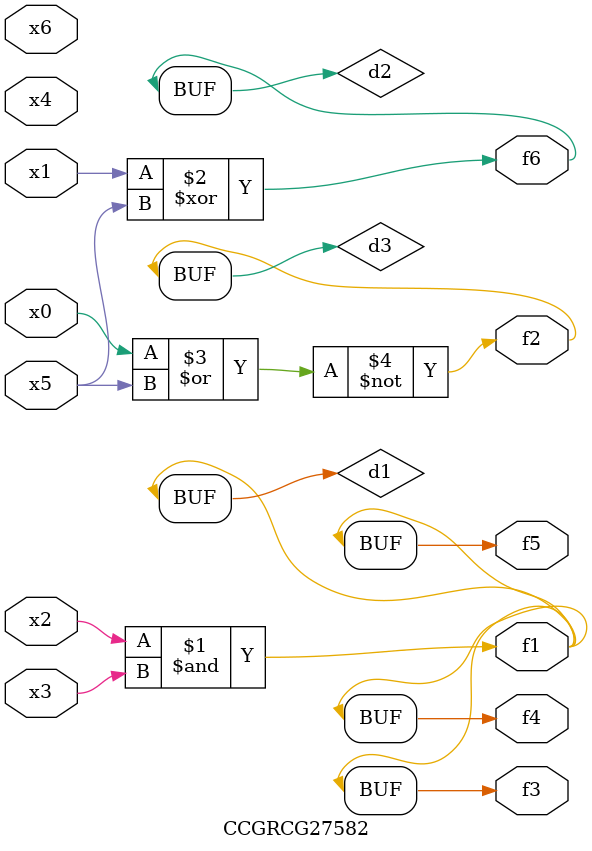
<source format=v>
module CCGRCG27582(
	input x0, x1, x2, x3, x4, x5, x6,
	output f1, f2, f3, f4, f5, f6
);

	wire d1, d2, d3;

	and (d1, x2, x3);
	xor (d2, x1, x5);
	nor (d3, x0, x5);
	assign f1 = d1;
	assign f2 = d3;
	assign f3 = d1;
	assign f4 = d1;
	assign f5 = d1;
	assign f6 = d2;
endmodule

</source>
